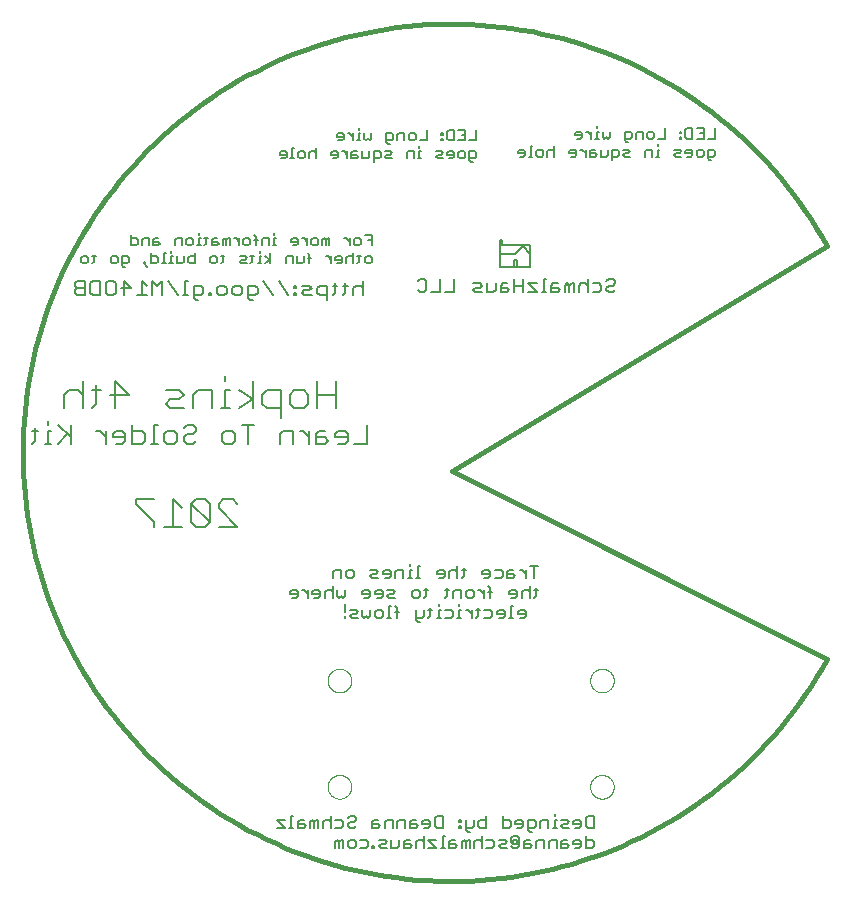
<source format=gbo>
G75*
%MOIN*%
%OFA0B0*%
%FSLAX25Y25*%
%IPPOS*%
%LPD*%
%AMOC8*
5,1,8,0,0,1.08239X$1,22.5*
%
%ADD10C,0.00800*%
%ADD11C,0.00600*%
%ADD12C,0.00500*%
%ADD13C,0.00700*%
%ADD14C,0.01600*%
%ADD15C,0.00000*%
D10*
X0046257Y0119922D02*
X0046257Y0121456D01*
X0040118Y0127595D01*
X0040118Y0129130D01*
X0046257Y0129130D01*
X0052396Y0129130D02*
X0052396Y0119922D01*
X0055465Y0119922D02*
X0049326Y0119922D01*
X0055465Y0126060D02*
X0052396Y0129130D01*
X0058534Y0127595D02*
X0064673Y0121456D01*
X0063138Y0119922D01*
X0060069Y0119922D01*
X0058534Y0121456D01*
X0058534Y0127595D01*
X0060069Y0129130D01*
X0063138Y0129130D01*
X0064673Y0127595D01*
X0064673Y0121456D01*
X0067742Y0119922D02*
X0073881Y0119922D01*
X0067742Y0126060D01*
X0067742Y0127595D01*
X0069277Y0129130D01*
X0072346Y0129130D01*
X0073881Y0127595D01*
X0088339Y0156301D02*
X0088339Y0165509D01*
X0083735Y0165509D01*
X0082200Y0163974D01*
X0082200Y0160905D01*
X0083735Y0159370D01*
X0088339Y0159370D01*
X0091408Y0160905D02*
X0091408Y0163974D01*
X0092943Y0165509D01*
X0096012Y0165509D01*
X0097547Y0163974D01*
X0097547Y0160905D01*
X0096012Y0159370D01*
X0092943Y0159370D01*
X0091408Y0160905D01*
X0100616Y0159370D02*
X0100616Y0168578D01*
X0100616Y0163974D02*
X0106755Y0163974D01*
X0106755Y0159370D02*
X0106755Y0168578D01*
X0079131Y0168578D02*
X0079131Y0159370D01*
X0079131Y0162440D02*
X0074527Y0165509D01*
X0071458Y0165509D02*
X0069923Y0165509D01*
X0069923Y0159370D01*
X0071458Y0159370D02*
X0068388Y0159370D01*
X0065319Y0159370D02*
X0065319Y0165509D01*
X0060715Y0165509D01*
X0059181Y0163974D01*
X0059181Y0159370D01*
X0056111Y0159370D02*
X0051507Y0159370D01*
X0049973Y0160905D01*
X0051507Y0162440D01*
X0054577Y0162440D01*
X0056111Y0163974D01*
X0054577Y0165509D01*
X0049973Y0165509D01*
X0037696Y0163974D02*
X0031557Y0163974D01*
X0028488Y0165509D02*
X0025418Y0165509D01*
X0026953Y0167044D02*
X0026953Y0160905D01*
X0025418Y0159370D01*
X0022349Y0159370D02*
X0022349Y0168578D01*
X0020815Y0165509D02*
X0017745Y0165509D01*
X0016211Y0163974D01*
X0016211Y0159370D01*
X0022349Y0163974D02*
X0020815Y0165509D01*
X0033092Y0168578D02*
X0033092Y0159370D01*
X0037696Y0163974D02*
X0033092Y0168578D01*
X0069923Y0168578D02*
X0069923Y0170113D01*
X0074527Y0159370D02*
X0079131Y0162440D01*
X0161505Y0206431D02*
X0166005Y0206431D01*
X0166005Y0208931D01*
X0167005Y0208931D01*
X0167005Y0206931D01*
X0166005Y0206431D02*
X0171505Y0206431D01*
X0171505Y0210931D01*
X0169005Y0213431D01*
X0166505Y0210931D01*
X0161505Y0210931D01*
X0161505Y0206431D01*
X0161505Y0210931D02*
X0161505Y0215431D01*
X0162005Y0215431D01*
X0162005Y0213931D01*
X0171505Y0213931D01*
X0171505Y0210931D01*
D11*
X0169174Y0202473D02*
X0169174Y0198070D01*
X0170842Y0198070D02*
X0173777Y0198070D01*
X0170842Y0201006D01*
X0173777Y0201006D01*
X0176113Y0202473D02*
X0176113Y0198070D01*
X0176847Y0198070D02*
X0175379Y0198070D01*
X0178515Y0198070D02*
X0178515Y0200272D01*
X0179249Y0201006D01*
X0180717Y0201006D01*
X0180717Y0199538D02*
X0178515Y0199538D01*
X0178515Y0198070D02*
X0180717Y0198070D01*
X0181451Y0198804D01*
X0180717Y0199538D01*
X0183119Y0200272D02*
X0183119Y0198070D01*
X0184587Y0198070D02*
X0184587Y0200272D01*
X0183853Y0201006D01*
X0183119Y0200272D01*
X0184587Y0200272D02*
X0185321Y0201006D01*
X0186055Y0201006D01*
X0186055Y0198070D01*
X0187723Y0198070D02*
X0187723Y0200272D01*
X0188457Y0201006D01*
X0189925Y0201006D01*
X0190659Y0200272D01*
X0192327Y0201006D02*
X0194528Y0201006D01*
X0195262Y0200272D01*
X0195262Y0198804D01*
X0194528Y0198070D01*
X0192327Y0198070D01*
X0190659Y0198070D02*
X0190659Y0202473D01*
X0196931Y0201739D02*
X0197664Y0202473D01*
X0199132Y0202473D01*
X0199866Y0201739D01*
X0199866Y0201006D01*
X0199132Y0200272D01*
X0197664Y0200272D01*
X0196931Y0199538D01*
X0196931Y0198804D01*
X0197664Y0198070D01*
X0199132Y0198070D01*
X0199866Y0198804D01*
X0176847Y0202473D02*
X0176113Y0202473D01*
X0169174Y0200272D02*
X0166238Y0200272D01*
X0166238Y0202473D02*
X0166238Y0198070D01*
X0164570Y0198804D02*
X0163836Y0199538D01*
X0161634Y0199538D01*
X0161634Y0200272D02*
X0161634Y0198070D01*
X0163836Y0198070D01*
X0164570Y0198804D01*
X0163836Y0201006D02*
X0162368Y0201006D01*
X0161634Y0200272D01*
X0159966Y0201006D02*
X0159966Y0198804D01*
X0159232Y0198070D01*
X0157030Y0198070D01*
X0157030Y0201006D01*
X0155362Y0200272D02*
X0154628Y0201006D01*
X0152426Y0201006D01*
X0153160Y0199538D02*
X0152426Y0198804D01*
X0153160Y0198070D01*
X0155362Y0198070D01*
X0154628Y0199538D02*
X0155362Y0200272D01*
X0154628Y0199538D02*
X0153160Y0199538D01*
X0146154Y0198070D02*
X0143218Y0198070D01*
X0141550Y0198070D02*
X0141550Y0202473D01*
X0141550Y0198070D02*
X0138614Y0198070D01*
X0136946Y0198804D02*
X0136212Y0198070D01*
X0134744Y0198070D01*
X0134010Y0198804D01*
X0134010Y0201739D02*
X0134744Y0202473D01*
X0136212Y0202473D01*
X0136946Y0201739D01*
X0136946Y0198804D01*
X0146154Y0198070D02*
X0146154Y0202473D01*
X0117170Y0153944D02*
X0117170Y0147538D01*
X0112899Y0147538D01*
X0110724Y0148606D02*
X0110724Y0150741D01*
X0109656Y0151808D01*
X0107521Y0151808D01*
X0106454Y0150741D01*
X0106454Y0149673D01*
X0110724Y0149673D01*
X0110724Y0148606D02*
X0109656Y0147538D01*
X0107521Y0147538D01*
X0104279Y0148606D02*
X0103211Y0149673D01*
X0100008Y0149673D01*
X0100008Y0150741D02*
X0100008Y0147538D01*
X0103211Y0147538D01*
X0104279Y0148606D01*
X0103211Y0151808D02*
X0101076Y0151808D01*
X0100008Y0150741D01*
X0097833Y0151808D02*
X0097833Y0147538D01*
X0097833Y0149673D02*
X0095698Y0151808D01*
X0094630Y0151808D01*
X0092462Y0151808D02*
X0089259Y0151808D01*
X0088191Y0150741D01*
X0088191Y0147538D01*
X0092462Y0147538D02*
X0092462Y0151808D01*
X0079571Y0153944D02*
X0075300Y0153944D01*
X0077436Y0153944D02*
X0077436Y0147538D01*
X0073125Y0148606D02*
X0073125Y0150741D01*
X0072058Y0151808D01*
X0069923Y0151808D01*
X0068855Y0150741D01*
X0068855Y0148606D01*
X0069923Y0147538D01*
X0072058Y0147538D01*
X0073125Y0148606D01*
X0060234Y0148606D02*
X0059167Y0147538D01*
X0057032Y0147538D01*
X0055964Y0148606D01*
X0055964Y0149673D01*
X0057032Y0150741D01*
X0059167Y0150741D01*
X0060234Y0151808D01*
X0060234Y0152876D01*
X0059167Y0153944D01*
X0057032Y0153944D01*
X0055964Y0152876D01*
X0053789Y0150741D02*
X0053789Y0148606D01*
X0052721Y0147538D01*
X0050586Y0147538D01*
X0049518Y0148606D01*
X0049518Y0150741D01*
X0050586Y0151808D01*
X0052721Y0151808D01*
X0053789Y0150741D01*
X0047343Y0153944D02*
X0046276Y0153944D01*
X0046276Y0147538D01*
X0047343Y0147538D02*
X0045208Y0147538D01*
X0043046Y0148606D02*
X0043046Y0150741D01*
X0041979Y0151808D01*
X0038776Y0151808D01*
X0038776Y0153944D02*
X0038776Y0147538D01*
X0041979Y0147538D01*
X0043046Y0148606D01*
X0036601Y0148606D02*
X0035533Y0147538D01*
X0033398Y0147538D01*
X0032330Y0149673D02*
X0036601Y0149673D01*
X0036601Y0148606D02*
X0036601Y0150741D01*
X0035533Y0151808D01*
X0033398Y0151808D01*
X0032330Y0150741D01*
X0032330Y0149673D01*
X0030155Y0149673D02*
X0028020Y0151808D01*
X0026953Y0151808D01*
X0030155Y0151808D02*
X0030155Y0147538D01*
X0018339Y0147538D02*
X0018339Y0153944D01*
X0017271Y0150741D02*
X0014068Y0147538D01*
X0011893Y0147538D02*
X0009758Y0147538D01*
X0010825Y0147538D02*
X0010825Y0151808D01*
X0011893Y0151808D01*
X0010825Y0153944D02*
X0010825Y0155011D01*
X0007596Y0151808D02*
X0005461Y0151808D01*
X0006528Y0152876D02*
X0006528Y0148606D01*
X0005461Y0147538D01*
X0014068Y0153944D02*
X0018339Y0149673D01*
D12*
X0087164Y0019435D02*
X0089833Y0019435D01*
X0087164Y0022104D01*
X0089833Y0022104D01*
X0091929Y0023438D02*
X0091929Y0019435D01*
X0092596Y0019435D02*
X0091261Y0019435D01*
X0094070Y0019435D02*
X0094070Y0021437D01*
X0094738Y0022104D01*
X0096072Y0022104D01*
X0096072Y0020770D02*
X0094070Y0020770D01*
X0094070Y0019435D02*
X0096072Y0019435D01*
X0096739Y0020102D01*
X0096072Y0020770D01*
X0098214Y0021437D02*
X0098214Y0019435D01*
X0099548Y0019435D02*
X0099548Y0021437D01*
X0098881Y0022104D01*
X0098214Y0021437D01*
X0099548Y0021437D02*
X0100216Y0022104D01*
X0100883Y0022104D01*
X0100883Y0019435D01*
X0102357Y0019435D02*
X0102357Y0021437D01*
X0103025Y0022104D01*
X0104359Y0022104D01*
X0105026Y0021437D01*
X0106501Y0022104D02*
X0108503Y0022104D01*
X0109170Y0021437D01*
X0109170Y0020102D01*
X0108503Y0019435D01*
X0106501Y0019435D01*
X0105026Y0019435D02*
X0105026Y0023438D01*
X0110645Y0022771D02*
X0111312Y0023438D01*
X0112646Y0023438D01*
X0113313Y0022771D01*
X0113313Y0022104D01*
X0112646Y0021437D01*
X0111312Y0021437D01*
X0110645Y0020770D01*
X0110645Y0020102D01*
X0111312Y0019435D01*
X0112646Y0019435D01*
X0113313Y0020102D01*
X0112646Y0015354D02*
X0111312Y0015354D01*
X0110645Y0014687D01*
X0110645Y0013352D01*
X0111312Y0012685D01*
X0112646Y0012685D01*
X0113313Y0013352D01*
X0113313Y0014687D01*
X0112646Y0015354D01*
X0114788Y0015354D02*
X0116790Y0015354D01*
X0117457Y0014687D01*
X0117457Y0013352D01*
X0116790Y0012685D01*
X0114788Y0012685D01*
X0118862Y0012685D02*
X0119529Y0012685D01*
X0119529Y0013352D01*
X0118862Y0013352D01*
X0118862Y0012685D01*
X0121003Y0013352D02*
X0121671Y0014020D01*
X0123005Y0014020D01*
X0123672Y0014687D01*
X0123005Y0015354D01*
X0121003Y0015354D01*
X0121003Y0013352D02*
X0121671Y0012685D01*
X0123672Y0012685D01*
X0125147Y0012685D02*
X0125147Y0015354D01*
X0127816Y0015354D02*
X0127816Y0013352D01*
X0127149Y0012685D01*
X0125147Y0012685D01*
X0129290Y0012685D02*
X0131292Y0012685D01*
X0131959Y0013352D01*
X0131292Y0014020D01*
X0129290Y0014020D01*
X0129290Y0014687D02*
X0129290Y0012685D01*
X0129290Y0014687D02*
X0129958Y0015354D01*
X0131292Y0015354D01*
X0133434Y0014687D02*
X0133434Y0012685D01*
X0133434Y0014687D02*
X0134101Y0015354D01*
X0135436Y0015354D01*
X0136103Y0014687D01*
X0137578Y0015354D02*
X0140246Y0012685D01*
X0137578Y0012685D01*
X0136103Y0012685D02*
X0136103Y0016688D01*
X0137578Y0015354D02*
X0140246Y0015354D01*
X0142342Y0016688D02*
X0142342Y0012685D01*
X0143009Y0012685D02*
X0141674Y0012685D01*
X0144483Y0012685D02*
X0144483Y0014687D01*
X0145151Y0015354D01*
X0146485Y0015354D01*
X0146485Y0014020D02*
X0144483Y0014020D01*
X0144483Y0012685D02*
X0146485Y0012685D01*
X0147152Y0013352D01*
X0146485Y0014020D01*
X0148627Y0014687D02*
X0148627Y0012685D01*
X0149961Y0012685D02*
X0149961Y0014687D01*
X0149294Y0015354D01*
X0148627Y0014687D01*
X0149961Y0014687D02*
X0150629Y0015354D01*
X0151296Y0015354D01*
X0151296Y0012685D01*
X0152770Y0012685D02*
X0152770Y0014687D01*
X0153438Y0015354D01*
X0154772Y0015354D01*
X0155439Y0014687D01*
X0156914Y0015354D02*
X0158916Y0015354D01*
X0159583Y0014687D01*
X0159583Y0013352D01*
X0158916Y0012685D01*
X0156914Y0012685D01*
X0155439Y0012685D02*
X0155439Y0016688D01*
X0154819Y0019435D02*
X0154152Y0020102D01*
X0154152Y0021437D01*
X0154819Y0022104D01*
X0156821Y0022104D01*
X0156821Y0023438D02*
X0156821Y0019435D01*
X0154819Y0019435D01*
X0152677Y0020102D02*
X0152010Y0019435D01*
X0150008Y0019435D01*
X0150008Y0018768D02*
X0150675Y0018101D01*
X0151343Y0018101D01*
X0150008Y0018768D02*
X0150008Y0022104D01*
X0148534Y0022104D02*
X0148534Y0021437D01*
X0147866Y0021437D01*
X0147866Y0022104D01*
X0148534Y0022104D01*
X0148534Y0020102D02*
X0148534Y0019435D01*
X0147866Y0019435D01*
X0147866Y0020102D01*
X0148534Y0020102D01*
X0152677Y0020102D02*
X0152677Y0022104D01*
X0162439Y0022104D02*
X0164440Y0022104D01*
X0165108Y0021437D01*
X0165108Y0020102D01*
X0164440Y0019435D01*
X0162439Y0019435D01*
X0162439Y0023438D01*
X0166582Y0021437D02*
X0166582Y0020770D01*
X0169251Y0020770D01*
X0169251Y0021437D02*
X0168584Y0022104D01*
X0167250Y0022104D01*
X0166582Y0021437D01*
X0167250Y0019435D02*
X0168584Y0019435D01*
X0169251Y0020102D01*
X0169251Y0021437D01*
X0170726Y0022104D02*
X0172728Y0022104D01*
X0173395Y0021437D01*
X0173395Y0020102D01*
X0172728Y0019435D01*
X0170726Y0019435D01*
X0170726Y0018768D02*
X0170726Y0022104D01*
X0170726Y0018768D02*
X0171393Y0018101D01*
X0172060Y0018101D01*
X0171346Y0015354D02*
X0170012Y0015354D01*
X0169345Y0014687D01*
X0169345Y0012685D01*
X0171346Y0012685D01*
X0172014Y0013352D01*
X0171346Y0014020D01*
X0169345Y0014020D01*
X0167870Y0013352D02*
X0167870Y0016021D01*
X0167203Y0016688D01*
X0165868Y0016688D01*
X0165201Y0016021D01*
X0165201Y0014687D01*
X0165868Y0014020D01*
X0165868Y0015354D01*
X0167203Y0015354D01*
X0167203Y0014020D01*
X0165868Y0014020D01*
X0165201Y0013352D02*
X0165868Y0012685D01*
X0167203Y0012685D01*
X0167870Y0013352D01*
X0163727Y0012685D02*
X0161725Y0012685D01*
X0161058Y0013352D01*
X0161725Y0014020D01*
X0163059Y0014020D01*
X0163727Y0014687D01*
X0163059Y0015354D01*
X0161058Y0015354D01*
X0173488Y0014687D02*
X0173488Y0012685D01*
X0173488Y0014687D02*
X0174155Y0015354D01*
X0176157Y0015354D01*
X0176157Y0012685D01*
X0177632Y0012685D02*
X0177632Y0014687D01*
X0178299Y0015354D01*
X0180301Y0015354D01*
X0180301Y0012685D01*
X0181775Y0012685D02*
X0183777Y0012685D01*
X0184444Y0013352D01*
X0183777Y0014020D01*
X0181775Y0014020D01*
X0181775Y0014687D02*
X0181775Y0012685D01*
X0181775Y0014687D02*
X0182443Y0015354D01*
X0183777Y0015354D01*
X0185919Y0014687D02*
X0185919Y0014020D01*
X0188588Y0014020D01*
X0188588Y0014687D02*
X0188588Y0013352D01*
X0187921Y0012685D01*
X0186586Y0012685D01*
X0185919Y0014687D02*
X0186586Y0015354D01*
X0187921Y0015354D01*
X0188588Y0014687D01*
X0190062Y0015354D02*
X0192064Y0015354D01*
X0192731Y0014687D01*
X0192731Y0013352D01*
X0192064Y0012685D01*
X0190062Y0012685D01*
X0190062Y0016688D01*
X0190730Y0019435D02*
X0190062Y0020102D01*
X0190062Y0022771D01*
X0190730Y0023438D01*
X0192731Y0023438D01*
X0192731Y0019435D01*
X0190730Y0019435D01*
X0188588Y0020102D02*
X0188588Y0021437D01*
X0187921Y0022104D01*
X0186586Y0022104D01*
X0185919Y0021437D01*
X0185919Y0020770D01*
X0188588Y0020770D01*
X0188588Y0020102D02*
X0187921Y0019435D01*
X0186586Y0019435D01*
X0184444Y0019435D02*
X0182443Y0019435D01*
X0181775Y0020102D01*
X0182443Y0020770D01*
X0183777Y0020770D01*
X0184444Y0021437D01*
X0183777Y0022104D01*
X0181775Y0022104D01*
X0180301Y0022104D02*
X0179633Y0022104D01*
X0179633Y0019435D01*
X0178966Y0019435D02*
X0180301Y0019435D01*
X0177538Y0019435D02*
X0177538Y0022104D01*
X0175537Y0022104D01*
X0174869Y0021437D01*
X0174869Y0019435D01*
X0179633Y0023438D02*
X0179633Y0024106D01*
X0142318Y0023438D02*
X0142318Y0019435D01*
X0140317Y0019435D01*
X0139649Y0020102D01*
X0139649Y0022771D01*
X0140317Y0023438D01*
X0142318Y0023438D01*
X0138175Y0021437D02*
X0138175Y0020102D01*
X0137507Y0019435D01*
X0136173Y0019435D01*
X0135506Y0020770D02*
X0138175Y0020770D01*
X0138175Y0021437D02*
X0137507Y0022104D01*
X0136173Y0022104D01*
X0135506Y0021437D01*
X0135506Y0020770D01*
X0134031Y0020102D02*
X0133364Y0019435D01*
X0131362Y0019435D01*
X0131362Y0021437D01*
X0132029Y0022104D01*
X0133364Y0022104D01*
X0133364Y0020770D02*
X0131362Y0020770D01*
X0129888Y0019435D02*
X0129888Y0022104D01*
X0127886Y0022104D01*
X0127219Y0021437D01*
X0127219Y0019435D01*
X0125744Y0019435D02*
X0125744Y0022104D01*
X0123742Y0022104D01*
X0123075Y0021437D01*
X0123075Y0019435D01*
X0121601Y0020102D02*
X0120933Y0020770D01*
X0118932Y0020770D01*
X0118932Y0021437D02*
X0118932Y0019435D01*
X0120933Y0019435D01*
X0121601Y0020102D01*
X0120933Y0022104D02*
X0119599Y0022104D01*
X0118932Y0021437D01*
X0109170Y0015354D02*
X0109170Y0012685D01*
X0107835Y0012685D02*
X0107835Y0014687D01*
X0107168Y0015354D01*
X0106501Y0014687D01*
X0106501Y0012685D01*
X0107835Y0014687D02*
X0108503Y0015354D01*
X0109170Y0015354D01*
X0092596Y0023438D02*
X0091929Y0023438D01*
X0133364Y0020770D02*
X0134031Y0020102D01*
X0142342Y0016688D02*
X0143009Y0016688D01*
X0134812Y0088122D02*
X0134145Y0088122D01*
X0133478Y0088789D01*
X0133478Y0092126D01*
X0136147Y0092126D02*
X0136147Y0090124D01*
X0135479Y0089457D01*
X0133478Y0089457D01*
X0137574Y0089457D02*
X0138242Y0090124D01*
X0138242Y0092793D01*
X0138909Y0092126D02*
X0137574Y0092126D01*
X0141004Y0092126D02*
X0141004Y0089457D01*
X0141671Y0089457D02*
X0140337Y0089457D01*
X0141004Y0092126D02*
X0141671Y0092126D01*
X0143146Y0092126D02*
X0145148Y0092126D01*
X0145815Y0091458D01*
X0145815Y0090124D01*
X0145148Y0089457D01*
X0143146Y0089457D01*
X0147243Y0089457D02*
X0148577Y0089457D01*
X0147910Y0089457D02*
X0147910Y0092126D01*
X0148577Y0092126D01*
X0150028Y0092126D02*
X0150696Y0092126D01*
X0152030Y0090791D01*
X0152030Y0089457D02*
X0152030Y0092126D01*
X0153458Y0092126D02*
X0154792Y0092126D01*
X0154125Y0092793D02*
X0154125Y0090124D01*
X0153458Y0089457D01*
X0156267Y0089457D02*
X0158269Y0089457D01*
X0158936Y0090124D01*
X0158936Y0091458D01*
X0158269Y0092126D01*
X0156267Y0092126D01*
X0160411Y0091458D02*
X0160411Y0090791D01*
X0163080Y0090791D01*
X0163080Y0090124D02*
X0163080Y0091458D01*
X0162412Y0092126D01*
X0161078Y0092126D01*
X0160411Y0091458D01*
X0161078Y0089457D02*
X0162412Y0089457D01*
X0163080Y0090124D01*
X0164507Y0089457D02*
X0165842Y0089457D01*
X0165175Y0089457D02*
X0165175Y0093460D01*
X0165842Y0093460D01*
X0167316Y0091458D02*
X0167316Y0090791D01*
X0169985Y0090791D01*
X0169985Y0090124D02*
X0169985Y0091458D01*
X0169318Y0092126D01*
X0167984Y0092126D01*
X0167316Y0091458D01*
X0167984Y0089457D02*
X0169318Y0089457D01*
X0169985Y0090124D01*
X0168698Y0096207D02*
X0168698Y0098208D01*
X0169365Y0098876D01*
X0170699Y0098876D01*
X0171367Y0098208D01*
X0172794Y0098876D02*
X0174129Y0098876D01*
X0173462Y0099543D02*
X0173462Y0096874D01*
X0172794Y0096207D01*
X0171367Y0096207D02*
X0171367Y0100210D01*
X0169985Y0102957D02*
X0169985Y0105626D01*
X0168651Y0105626D02*
X0169985Y0104291D01*
X0168651Y0105626D02*
X0167984Y0105626D01*
X0165865Y0105626D02*
X0164531Y0105626D01*
X0163864Y0104958D01*
X0163864Y0102957D01*
X0165865Y0102957D01*
X0166532Y0103624D01*
X0165865Y0104291D01*
X0163864Y0104291D01*
X0162389Y0103624D02*
X0161722Y0102957D01*
X0159720Y0102957D01*
X0158245Y0103624D02*
X0158245Y0104958D01*
X0157578Y0105626D01*
X0156244Y0105626D01*
X0155576Y0104958D01*
X0155576Y0104291D01*
X0158245Y0104291D01*
X0158245Y0103624D02*
X0157578Y0102957D01*
X0156244Y0102957D01*
X0157602Y0100210D02*
X0158269Y0099543D01*
X0158269Y0096207D01*
X0156174Y0096207D02*
X0156174Y0098876D01*
X0156174Y0097541D02*
X0154839Y0098876D01*
X0154172Y0098876D01*
X0152721Y0098208D02*
X0152721Y0096874D01*
X0152053Y0096207D01*
X0150719Y0096207D01*
X0150052Y0096874D01*
X0150052Y0098208D01*
X0150719Y0098876D01*
X0152053Y0098876D01*
X0152721Y0098208D01*
X0157602Y0098208D02*
X0158936Y0098208D01*
X0164554Y0098208D02*
X0164554Y0097541D01*
X0167223Y0097541D01*
X0167223Y0096874D02*
X0167223Y0098208D01*
X0166556Y0098876D01*
X0165221Y0098876D01*
X0164554Y0098208D01*
X0165221Y0096207D02*
X0166556Y0096207D01*
X0167223Y0096874D01*
X0172794Y0102957D02*
X0172794Y0106960D01*
X0171460Y0106960D02*
X0174129Y0106960D01*
X0162389Y0104958D02*
X0162389Y0103624D01*
X0162389Y0104958D02*
X0161722Y0105626D01*
X0159720Y0105626D01*
X0149958Y0105626D02*
X0148624Y0105626D01*
X0149291Y0106293D02*
X0149291Y0103624D01*
X0148624Y0102957D01*
X0147196Y0102957D02*
X0147196Y0106960D01*
X0146529Y0105626D02*
X0147196Y0104958D01*
X0146529Y0105626D02*
X0145194Y0105626D01*
X0144527Y0104958D01*
X0144527Y0102957D01*
X0143052Y0103624D02*
X0143052Y0104958D01*
X0142385Y0105626D01*
X0141051Y0105626D01*
X0140383Y0104958D01*
X0140383Y0104291D01*
X0143052Y0104291D01*
X0143052Y0103624D02*
X0142385Y0102957D01*
X0141051Y0102957D01*
X0143766Y0099543D02*
X0143766Y0096874D01*
X0143099Y0096207D01*
X0143099Y0098876D02*
X0144434Y0098876D01*
X0145908Y0098208D02*
X0146575Y0098876D01*
X0148577Y0098876D01*
X0148577Y0096207D01*
X0147910Y0094127D02*
X0147910Y0093460D01*
X0145908Y0096207D02*
X0145908Y0098208D01*
X0141004Y0094127D02*
X0141004Y0093460D01*
X0136860Y0096874D02*
X0136193Y0096207D01*
X0136860Y0096874D02*
X0136860Y0099543D01*
X0137528Y0098876D02*
X0136193Y0098876D01*
X0134765Y0098208D02*
X0134765Y0096874D01*
X0134098Y0096207D01*
X0132764Y0096207D01*
X0132096Y0096874D01*
X0132096Y0098208D01*
X0132764Y0098876D01*
X0134098Y0098876D01*
X0134765Y0098208D01*
X0134765Y0102957D02*
X0133431Y0102957D01*
X0134098Y0102957D02*
X0134098Y0106960D01*
X0134765Y0106960D01*
X0132003Y0105626D02*
X0131336Y0105626D01*
X0131336Y0102957D01*
X0132003Y0102957D02*
X0130669Y0102957D01*
X0129241Y0102957D02*
X0129241Y0105626D01*
X0127239Y0105626D01*
X0126572Y0104958D01*
X0126572Y0102957D01*
X0125097Y0103624D02*
X0125097Y0104958D01*
X0124430Y0105626D01*
X0123095Y0105626D01*
X0122428Y0104958D01*
X0122428Y0104291D01*
X0125097Y0104291D01*
X0125097Y0103624D02*
X0124430Y0102957D01*
X0123095Y0102957D01*
X0120954Y0102957D02*
X0118952Y0102957D01*
X0118285Y0103624D01*
X0118952Y0104291D01*
X0120286Y0104291D01*
X0120954Y0104958D01*
X0120286Y0105626D01*
X0118285Y0105626D01*
X0112666Y0104958D02*
X0112666Y0103624D01*
X0111999Y0102957D01*
X0110665Y0102957D01*
X0109998Y0103624D01*
X0109998Y0104958D01*
X0110665Y0105626D01*
X0111999Y0105626D01*
X0112666Y0104958D01*
X0108523Y0105626D02*
X0108523Y0102957D01*
X0108523Y0105626D02*
X0106521Y0105626D01*
X0105854Y0104958D01*
X0105854Y0102957D01*
X0105761Y0100210D02*
X0105761Y0096207D01*
X0107235Y0096874D02*
X0107235Y0098876D01*
X0105761Y0098208D02*
X0105093Y0098876D01*
X0103759Y0098876D01*
X0103092Y0098208D01*
X0103092Y0096207D01*
X0101617Y0096874D02*
X0101617Y0098208D01*
X0100950Y0098876D01*
X0099615Y0098876D01*
X0098948Y0098208D01*
X0098948Y0097541D01*
X0101617Y0097541D01*
X0101617Y0096874D02*
X0100950Y0096207D01*
X0099615Y0096207D01*
X0097473Y0096207D02*
X0097473Y0098876D01*
X0096139Y0098876D02*
X0095472Y0098876D01*
X0096139Y0098876D02*
X0097473Y0097541D01*
X0094021Y0097541D02*
X0091352Y0097541D01*
X0091352Y0098208D01*
X0092019Y0098876D01*
X0093353Y0098876D01*
X0094021Y0098208D01*
X0094021Y0096874D01*
X0093353Y0096207D01*
X0092019Y0096207D01*
X0107235Y0096874D02*
X0107902Y0096207D01*
X0108570Y0096874D01*
X0109237Y0096207D01*
X0109904Y0096874D01*
X0109904Y0098876D01*
X0109904Y0094127D02*
X0109904Y0091458D01*
X0109904Y0090124D02*
X0109904Y0089457D01*
X0111379Y0090124D02*
X0112046Y0090791D01*
X0113380Y0090791D01*
X0114048Y0091458D01*
X0113380Y0092126D01*
X0111379Y0092126D01*
X0111379Y0090124D02*
X0112046Y0089457D01*
X0114048Y0089457D01*
X0115522Y0090124D02*
X0115522Y0092126D01*
X0115522Y0090124D02*
X0116190Y0089457D01*
X0116857Y0090124D01*
X0117524Y0089457D01*
X0118191Y0090124D01*
X0118191Y0092126D01*
X0119666Y0091458D02*
X0120333Y0092126D01*
X0121668Y0092126D01*
X0122335Y0091458D01*
X0122335Y0090124D01*
X0121668Y0089457D01*
X0120333Y0089457D01*
X0119666Y0090124D01*
X0119666Y0091458D01*
X0123763Y0089457D02*
X0125097Y0089457D01*
X0124430Y0089457D02*
X0124430Y0093460D01*
X0125097Y0093460D01*
X0126525Y0093460D02*
X0127192Y0092793D01*
X0127192Y0089457D01*
X0127859Y0091458D02*
X0126525Y0091458D01*
X0126478Y0096207D02*
X0124477Y0096207D01*
X0123809Y0096874D01*
X0124477Y0097541D01*
X0125811Y0097541D01*
X0126478Y0098208D01*
X0125811Y0098876D01*
X0123809Y0098876D01*
X0122335Y0098208D02*
X0121667Y0098876D01*
X0120333Y0098876D01*
X0119666Y0098208D01*
X0119666Y0097541D01*
X0122335Y0097541D01*
X0122335Y0096874D02*
X0122335Y0098208D01*
X0122335Y0096874D02*
X0121667Y0096207D01*
X0120333Y0096207D01*
X0118191Y0096874D02*
X0118191Y0098208D01*
X0117524Y0098876D01*
X0116189Y0098876D01*
X0115522Y0098208D01*
X0115522Y0097541D01*
X0118191Y0097541D01*
X0118191Y0096874D02*
X0117524Y0096207D01*
X0116189Y0096207D01*
X0131336Y0106960D02*
X0131336Y0107627D01*
X0118132Y0207665D02*
X0116964Y0207665D01*
X0116380Y0208249D01*
X0116380Y0209417D01*
X0116964Y0210001D01*
X0118132Y0210001D01*
X0118716Y0209417D01*
X0118716Y0208249D01*
X0118132Y0207665D01*
X0114449Y0208249D02*
X0114449Y0210584D01*
X0115032Y0210001D02*
X0113865Y0210001D01*
X0112577Y0209417D02*
X0111993Y0210001D01*
X0110826Y0210001D01*
X0110242Y0209417D01*
X0110242Y0207665D01*
X0108894Y0208249D02*
X0108894Y0209417D01*
X0108310Y0210001D01*
X0107142Y0210001D01*
X0106559Y0209417D01*
X0106559Y0208833D01*
X0108894Y0208833D01*
X0108894Y0208249D02*
X0108310Y0207665D01*
X0107142Y0207665D01*
X0105211Y0207665D02*
X0105211Y0210001D01*
X0104043Y0210001D02*
X0103459Y0210001D01*
X0104043Y0210001D02*
X0105211Y0208833D01*
X0104597Y0213665D02*
X0104597Y0216001D01*
X0104013Y0216001D01*
X0103429Y0215417D01*
X0102845Y0216001D01*
X0102262Y0215417D01*
X0102262Y0213665D01*
X0103429Y0213665D02*
X0103429Y0215417D01*
X0100914Y0215417D02*
X0100914Y0214249D01*
X0100330Y0213665D01*
X0099162Y0213665D01*
X0098578Y0214249D01*
X0098578Y0215417D01*
X0099162Y0216001D01*
X0100330Y0216001D01*
X0100914Y0215417D01*
X0097231Y0216001D02*
X0097231Y0213665D01*
X0097231Y0214833D02*
X0096063Y0216001D01*
X0095479Y0216001D01*
X0094161Y0215417D02*
X0093577Y0216001D01*
X0092410Y0216001D01*
X0091826Y0215417D01*
X0091826Y0214833D01*
X0094161Y0214833D01*
X0094161Y0214249D02*
X0094161Y0215417D01*
X0094161Y0214249D02*
X0093577Y0213665D01*
X0092410Y0213665D01*
X0092320Y0210001D02*
X0090568Y0210001D01*
X0089984Y0209417D01*
X0089984Y0207665D01*
X0092320Y0207665D02*
X0092320Y0210001D01*
X0093668Y0210001D02*
X0093668Y0207665D01*
X0095419Y0207665D01*
X0096003Y0208249D01*
X0096003Y0210001D01*
X0097291Y0209417D02*
X0098458Y0209417D01*
X0097874Y0210584D02*
X0097874Y0207665D01*
X0097874Y0210584D02*
X0097291Y0211168D01*
X0086795Y0213665D02*
X0085627Y0213665D01*
X0086211Y0213665D02*
X0086211Y0216001D01*
X0086795Y0216001D01*
X0086211Y0217168D02*
X0086211Y0217752D01*
X0084340Y0216001D02*
X0082588Y0216001D01*
X0082004Y0215417D01*
X0082004Y0213665D01*
X0080073Y0213665D02*
X0080073Y0216584D01*
X0079489Y0217168D01*
X0079489Y0215417D02*
X0080656Y0215417D01*
X0078201Y0215417D02*
X0078201Y0214249D01*
X0077617Y0213665D01*
X0076450Y0213665D01*
X0075866Y0214249D01*
X0075866Y0215417D01*
X0076450Y0216001D01*
X0077617Y0216001D01*
X0078201Y0215417D01*
X0074518Y0216001D02*
X0074518Y0213665D01*
X0074518Y0214833D02*
X0073350Y0216001D01*
X0072766Y0216001D01*
X0071449Y0216001D02*
X0070865Y0216001D01*
X0070281Y0215417D01*
X0069697Y0216001D01*
X0069113Y0215417D01*
X0069113Y0213665D01*
X0070281Y0213665D02*
X0070281Y0215417D01*
X0071449Y0216001D02*
X0071449Y0213665D01*
X0069023Y0210584D02*
X0069023Y0208249D01*
X0068439Y0207665D01*
X0067152Y0208249D02*
X0067152Y0209417D01*
X0066568Y0210001D01*
X0065400Y0210001D01*
X0064816Y0209417D01*
X0064816Y0208249D01*
X0065400Y0207665D01*
X0066568Y0207665D01*
X0067152Y0208249D01*
X0068439Y0210001D02*
X0069607Y0210001D01*
X0067182Y0213665D02*
X0067765Y0214249D01*
X0067182Y0214833D01*
X0065430Y0214833D01*
X0065430Y0215417D02*
X0065430Y0213665D01*
X0067182Y0213665D01*
X0067182Y0216001D02*
X0066014Y0216001D01*
X0065430Y0215417D01*
X0064082Y0216001D02*
X0062915Y0216001D01*
X0063498Y0216584D02*
X0063498Y0214249D01*
X0062915Y0213665D01*
X0061627Y0213665D02*
X0060459Y0213665D01*
X0061043Y0213665D02*
X0061043Y0216001D01*
X0061627Y0216001D01*
X0061043Y0217168D02*
X0061043Y0217752D01*
X0059171Y0215417D02*
X0059171Y0214249D01*
X0058588Y0213665D01*
X0057420Y0213665D01*
X0056836Y0214249D01*
X0056836Y0215417D01*
X0057420Y0216001D01*
X0058588Y0216001D01*
X0059171Y0215417D01*
X0055488Y0216001D02*
X0055488Y0213665D01*
X0053153Y0213665D02*
X0053153Y0215417D01*
X0053737Y0216001D01*
X0055488Y0216001D01*
X0051835Y0211752D02*
X0051835Y0211168D01*
X0051835Y0210001D02*
X0051835Y0207665D01*
X0052419Y0207665D02*
X0051251Y0207665D01*
X0049964Y0207665D02*
X0048796Y0207665D01*
X0049380Y0207665D02*
X0049380Y0211168D01*
X0049964Y0211168D01*
X0051835Y0210001D02*
X0052419Y0210001D01*
X0053767Y0210001D02*
X0053767Y0207665D01*
X0055518Y0207665D01*
X0056102Y0208249D01*
X0056102Y0210001D01*
X0057450Y0209417D02*
X0057450Y0208249D01*
X0058034Y0207665D01*
X0059785Y0207665D01*
X0059785Y0211168D01*
X0059785Y0210001D02*
X0058034Y0210001D01*
X0057450Y0209417D01*
X0047508Y0209417D02*
X0047508Y0208249D01*
X0046924Y0207665D01*
X0045173Y0207665D01*
X0045173Y0211168D01*
X0045173Y0210001D02*
X0046924Y0210001D01*
X0047508Y0209417D01*
X0047538Y0213665D02*
X0045787Y0213665D01*
X0045787Y0215417D01*
X0046371Y0216001D01*
X0047538Y0216001D01*
X0047538Y0214833D02*
X0045787Y0214833D01*
X0047538Y0214833D02*
X0048122Y0214249D01*
X0047538Y0213665D01*
X0044439Y0213665D02*
X0044439Y0216001D01*
X0042687Y0216001D01*
X0042104Y0215417D01*
X0042104Y0213665D01*
X0040756Y0214249D02*
X0040756Y0215417D01*
X0040172Y0216001D01*
X0038420Y0216001D01*
X0038420Y0217168D02*
X0038420Y0213665D01*
X0040172Y0213665D01*
X0040756Y0214249D01*
X0037103Y0210001D02*
X0035351Y0210001D01*
X0035351Y0207082D01*
X0035935Y0206498D01*
X0036519Y0206498D01*
X0037103Y0207665D02*
X0035351Y0207665D01*
X0034003Y0208249D02*
X0033419Y0207665D01*
X0032252Y0207665D01*
X0031668Y0208249D01*
X0031668Y0209417D01*
X0032252Y0210001D01*
X0033419Y0210001D01*
X0034003Y0209417D01*
X0034003Y0208249D01*
X0037103Y0207665D02*
X0037686Y0208249D01*
X0037686Y0209417D01*
X0037103Y0210001D01*
X0042657Y0208249D02*
X0043241Y0208249D01*
X0043241Y0207665D01*
X0042657Y0207665D01*
X0042657Y0208249D01*
X0042657Y0207665D02*
X0043825Y0206498D01*
X0026637Y0210001D02*
X0025469Y0210001D01*
X0026053Y0210584D02*
X0026053Y0208249D01*
X0025469Y0207665D01*
X0024182Y0208249D02*
X0024182Y0209417D01*
X0023598Y0210001D01*
X0022430Y0210001D01*
X0021846Y0209417D01*
X0021846Y0208249D01*
X0022430Y0207665D01*
X0023598Y0207665D01*
X0024182Y0208249D01*
X0074638Y0208249D02*
X0075222Y0208833D01*
X0076389Y0208833D01*
X0076973Y0209417D01*
X0076389Y0210001D01*
X0074638Y0210001D01*
X0074638Y0208249D02*
X0075222Y0207665D01*
X0076973Y0207665D01*
X0078261Y0207665D02*
X0078845Y0208249D01*
X0078845Y0210584D01*
X0079429Y0210001D02*
X0078261Y0210001D01*
X0081300Y0210001D02*
X0081300Y0207665D01*
X0081884Y0207665D02*
X0080716Y0207665D01*
X0081300Y0210001D02*
X0081884Y0210001D01*
X0081300Y0211168D02*
X0081300Y0211752D01*
X0083202Y0210001D02*
X0084953Y0208833D01*
X0083202Y0207665D01*
X0084953Y0207665D02*
X0084953Y0211168D01*
X0084340Y0213665D02*
X0084340Y0216001D01*
X0088579Y0242705D02*
X0089747Y0242705D01*
X0090331Y0243289D01*
X0090331Y0244456D01*
X0089747Y0245040D01*
X0088579Y0245040D01*
X0087995Y0244456D01*
X0087995Y0243872D01*
X0090331Y0243872D01*
X0091619Y0242705D02*
X0092786Y0242705D01*
X0092202Y0242705D02*
X0092202Y0246208D01*
X0092786Y0246208D01*
X0094134Y0244456D02*
X0094718Y0245040D01*
X0095886Y0245040D01*
X0096469Y0244456D01*
X0096469Y0243289D01*
X0095886Y0242705D01*
X0094718Y0242705D01*
X0094134Y0243289D01*
X0094134Y0244456D01*
X0097817Y0244456D02*
X0097817Y0242705D01*
X0097817Y0244456D02*
X0098401Y0245040D01*
X0099569Y0245040D01*
X0100152Y0244456D01*
X0100152Y0242705D02*
X0100152Y0246208D01*
X0105183Y0244456D02*
X0105183Y0243872D01*
X0107519Y0243872D01*
X0107519Y0243289D02*
X0107519Y0244456D01*
X0106935Y0245040D01*
X0105767Y0245040D01*
X0105183Y0244456D01*
X0105767Y0242705D02*
X0106935Y0242705D01*
X0107519Y0243289D01*
X0108837Y0245040D02*
X0109420Y0245040D01*
X0110588Y0243872D01*
X0110588Y0242705D02*
X0110588Y0245040D01*
X0111936Y0244456D02*
X0111936Y0242705D01*
X0113687Y0242705D01*
X0114271Y0243289D01*
X0113687Y0243872D01*
X0111936Y0243872D01*
X0111936Y0244456D02*
X0112520Y0245040D01*
X0113687Y0245040D01*
X0115619Y0245040D02*
X0115619Y0242705D01*
X0117371Y0242705D01*
X0117954Y0243289D01*
X0117954Y0245040D01*
X0119302Y0245040D02*
X0121054Y0245040D01*
X0121637Y0244456D01*
X0121637Y0243289D01*
X0121054Y0242705D01*
X0119302Y0242705D01*
X0119302Y0241537D02*
X0119302Y0245040D01*
X0117984Y0248705D02*
X0117401Y0249289D01*
X0116817Y0248705D01*
X0116233Y0249289D01*
X0116233Y0251040D01*
X0114885Y0251040D02*
X0114301Y0251040D01*
X0114301Y0248705D01*
X0114885Y0248705D02*
X0113717Y0248705D01*
X0112430Y0248705D02*
X0112430Y0251040D01*
X0112430Y0249872D02*
X0111262Y0251040D01*
X0110678Y0251040D01*
X0109360Y0250456D02*
X0108777Y0251040D01*
X0107609Y0251040D01*
X0107025Y0250456D01*
X0107025Y0249872D01*
X0109360Y0249872D01*
X0109360Y0249289D02*
X0109360Y0250456D01*
X0109360Y0249289D02*
X0108777Y0248705D01*
X0107609Y0248705D01*
X0114301Y0252208D02*
X0114301Y0252792D01*
X0118568Y0251040D02*
X0118568Y0249289D01*
X0117984Y0248705D01*
X0123599Y0248705D02*
X0125351Y0248705D01*
X0125934Y0249289D01*
X0125934Y0250456D01*
X0125351Y0251040D01*
X0123599Y0251040D01*
X0123599Y0248121D01*
X0124183Y0247537D01*
X0124767Y0247537D01*
X0124737Y0245040D02*
X0122985Y0245040D01*
X0123569Y0243872D02*
X0124737Y0243872D01*
X0125321Y0244456D01*
X0124737Y0245040D01*
X0123569Y0243872D02*
X0122985Y0243289D01*
X0123569Y0242705D01*
X0125321Y0242705D01*
X0130352Y0242705D02*
X0130352Y0244456D01*
X0130935Y0245040D01*
X0132687Y0245040D01*
X0132687Y0242705D01*
X0133975Y0242705D02*
X0135142Y0242705D01*
X0134559Y0242705D02*
X0134559Y0245040D01*
X0135142Y0245040D01*
X0134559Y0246208D02*
X0134559Y0246792D01*
X0134649Y0248705D02*
X0136984Y0248705D01*
X0136984Y0252208D01*
X0133301Y0250456D02*
X0133301Y0249289D01*
X0132717Y0248705D01*
X0131549Y0248705D01*
X0130965Y0249289D01*
X0130965Y0250456D01*
X0131549Y0251040D01*
X0132717Y0251040D01*
X0133301Y0250456D01*
X0129618Y0251040D02*
X0129618Y0248705D01*
X0129618Y0251040D02*
X0127866Y0251040D01*
X0127282Y0250456D01*
X0127282Y0248705D01*
X0140173Y0245040D02*
X0141925Y0245040D01*
X0142509Y0244456D01*
X0141925Y0243872D01*
X0140757Y0243872D01*
X0140173Y0243289D01*
X0140757Y0242705D01*
X0142509Y0242705D01*
X0143856Y0243872D02*
X0146192Y0243872D01*
X0146192Y0243289D02*
X0146192Y0244456D01*
X0145608Y0245040D01*
X0144440Y0245040D01*
X0143856Y0244456D01*
X0143856Y0243872D01*
X0144440Y0242705D02*
X0145608Y0242705D01*
X0146192Y0243289D01*
X0147540Y0243289D02*
X0148123Y0242705D01*
X0149291Y0242705D01*
X0149875Y0243289D01*
X0149875Y0244456D01*
X0149291Y0245040D01*
X0148123Y0245040D01*
X0147540Y0244456D01*
X0147540Y0243289D01*
X0151223Y0242705D02*
X0152974Y0242705D01*
X0153558Y0243289D01*
X0153558Y0244456D01*
X0152974Y0245040D01*
X0151223Y0245040D01*
X0151223Y0242121D01*
X0151807Y0241537D01*
X0152390Y0241537D01*
X0153558Y0248705D02*
X0151223Y0248705D01*
X0149875Y0248705D02*
X0147540Y0248705D01*
X0146192Y0248705D02*
X0144440Y0248705D01*
X0143856Y0249289D01*
X0143856Y0251624D01*
X0144440Y0252208D01*
X0146192Y0252208D01*
X0146192Y0248705D01*
X0148707Y0250456D02*
X0149875Y0250456D01*
X0149875Y0248705D02*
X0149875Y0252208D01*
X0147540Y0252208D01*
X0142509Y0251040D02*
X0142509Y0250456D01*
X0141925Y0250456D01*
X0141925Y0251040D01*
X0142509Y0251040D01*
X0142509Y0249289D02*
X0142509Y0248705D01*
X0141925Y0248705D01*
X0141925Y0249289D01*
X0142509Y0249289D01*
X0153558Y0248705D02*
X0153558Y0252208D01*
X0167425Y0245047D02*
X0167425Y0244463D01*
X0169760Y0244463D01*
X0169760Y0245047D02*
X0169176Y0245631D01*
X0168008Y0245631D01*
X0167425Y0245047D01*
X0168008Y0243295D02*
X0169176Y0243295D01*
X0169760Y0243879D01*
X0169760Y0245047D01*
X0171048Y0243295D02*
X0172215Y0243295D01*
X0171632Y0243295D02*
X0171632Y0246798D01*
X0172215Y0246798D01*
X0173563Y0245047D02*
X0174147Y0245631D01*
X0175315Y0245631D01*
X0175898Y0245047D01*
X0175898Y0243879D01*
X0175315Y0243295D01*
X0174147Y0243295D01*
X0173563Y0243879D01*
X0173563Y0245047D01*
X0177246Y0245047D02*
X0177246Y0243295D01*
X0177246Y0245047D02*
X0177830Y0245631D01*
X0178998Y0245631D01*
X0179582Y0245047D01*
X0179582Y0246798D02*
X0179582Y0243295D01*
X0184613Y0244463D02*
X0186948Y0244463D01*
X0186948Y0245047D02*
X0186364Y0245631D01*
X0185196Y0245631D01*
X0184613Y0245047D01*
X0184613Y0244463D01*
X0185196Y0243295D02*
X0186364Y0243295D01*
X0186948Y0243879D01*
X0186948Y0245047D01*
X0188266Y0245631D02*
X0188850Y0245631D01*
X0190017Y0244463D01*
X0190017Y0243295D02*
X0190017Y0245631D01*
X0191365Y0245047D02*
X0191365Y0243295D01*
X0193117Y0243295D01*
X0193700Y0243879D01*
X0193117Y0244463D01*
X0191365Y0244463D01*
X0191365Y0245047D02*
X0191949Y0245631D01*
X0193117Y0245631D01*
X0195048Y0245631D02*
X0195048Y0243295D01*
X0196800Y0243295D01*
X0197383Y0243879D01*
X0197383Y0245631D01*
X0198731Y0245631D02*
X0200483Y0245631D01*
X0201067Y0245047D01*
X0201067Y0243879D01*
X0200483Y0243295D01*
X0198731Y0243295D01*
X0198731Y0242128D02*
X0198731Y0245631D01*
X0202414Y0245631D02*
X0204166Y0245631D01*
X0204750Y0245047D01*
X0204166Y0244463D01*
X0202998Y0244463D01*
X0202414Y0243879D01*
X0202998Y0243295D01*
X0204750Y0243295D01*
X0204196Y0248128D02*
X0203612Y0248128D01*
X0203028Y0248711D01*
X0203028Y0251631D01*
X0204780Y0251631D01*
X0205364Y0251047D01*
X0205364Y0249879D01*
X0204780Y0249295D01*
X0203028Y0249295D01*
X0206711Y0249295D02*
X0206711Y0251047D01*
X0207295Y0251631D01*
X0209047Y0251631D01*
X0209047Y0249295D01*
X0210395Y0249879D02*
X0210395Y0251047D01*
X0210978Y0251631D01*
X0212146Y0251631D01*
X0212730Y0251047D01*
X0212730Y0249879D01*
X0212146Y0249295D01*
X0210978Y0249295D01*
X0210395Y0249879D01*
X0214078Y0249295D02*
X0216413Y0249295D01*
X0216413Y0252798D01*
X0221354Y0251631D02*
X0221354Y0251047D01*
X0221938Y0251047D01*
X0221938Y0251631D01*
X0221354Y0251631D01*
X0221354Y0249879D02*
X0221354Y0249295D01*
X0221938Y0249295D01*
X0221938Y0249879D01*
X0221354Y0249879D01*
X0223286Y0249879D02*
X0223286Y0252214D01*
X0223869Y0252798D01*
X0225621Y0252798D01*
X0225621Y0249295D01*
X0223869Y0249295D01*
X0223286Y0249879D01*
X0226969Y0249295D02*
X0229304Y0249295D01*
X0229304Y0252798D01*
X0226969Y0252798D01*
X0228136Y0251047D02*
X0229304Y0251047D01*
X0230652Y0249295D02*
X0232987Y0249295D01*
X0232987Y0252798D01*
X0232403Y0245631D02*
X0230652Y0245631D01*
X0230652Y0242711D01*
X0231236Y0242128D01*
X0231820Y0242128D01*
X0232403Y0243295D02*
X0230652Y0243295D01*
X0229304Y0243879D02*
X0228720Y0243295D01*
X0227553Y0243295D01*
X0226969Y0243879D01*
X0226969Y0245047D01*
X0227553Y0245631D01*
X0228720Y0245631D01*
X0229304Y0245047D01*
X0229304Y0243879D01*
X0232403Y0243295D02*
X0232987Y0243879D01*
X0232987Y0245047D01*
X0232403Y0245631D01*
X0225621Y0245047D02*
X0225037Y0245631D01*
X0223869Y0245631D01*
X0223286Y0245047D01*
X0223286Y0244463D01*
X0225621Y0244463D01*
X0225621Y0243879D02*
X0225621Y0245047D01*
X0225621Y0243879D02*
X0225037Y0243295D01*
X0223869Y0243295D01*
X0221938Y0243295D02*
X0220186Y0243295D01*
X0219602Y0243879D01*
X0220186Y0244463D01*
X0221354Y0244463D01*
X0221938Y0245047D01*
X0221354Y0245631D01*
X0219602Y0245631D01*
X0214571Y0245631D02*
X0213988Y0245631D01*
X0213988Y0243295D01*
X0214571Y0243295D02*
X0213404Y0243295D01*
X0212116Y0243295D02*
X0212116Y0245631D01*
X0210365Y0245631D01*
X0209781Y0245047D01*
X0209781Y0243295D01*
X0213988Y0246798D02*
X0213988Y0247382D01*
X0197997Y0249879D02*
X0197414Y0249295D01*
X0196830Y0249879D01*
X0196246Y0249295D01*
X0195662Y0249879D01*
X0195662Y0251631D01*
X0194314Y0251631D02*
X0193730Y0251631D01*
X0193730Y0249295D01*
X0193147Y0249295D02*
X0194314Y0249295D01*
X0191859Y0249295D02*
X0191859Y0251631D01*
X0190691Y0251631D02*
X0190107Y0251631D01*
X0190691Y0251631D02*
X0191859Y0250463D01*
X0193730Y0252798D02*
X0193730Y0253382D01*
X0197997Y0251631D02*
X0197997Y0249879D01*
X0188789Y0249879D02*
X0188789Y0251047D01*
X0188206Y0251631D01*
X0187038Y0251631D01*
X0186454Y0251047D01*
X0186454Y0250463D01*
X0188789Y0250463D01*
X0188789Y0249879D02*
X0188206Y0249295D01*
X0187038Y0249295D01*
X0118716Y0217168D02*
X0118716Y0213665D01*
X0118716Y0215417D02*
X0117548Y0215417D01*
X0118716Y0217168D02*
X0116380Y0217168D01*
X0115032Y0215417D02*
X0115032Y0214249D01*
X0114449Y0213665D01*
X0113281Y0213665D01*
X0112697Y0214249D01*
X0112697Y0215417D01*
X0113281Y0216001D01*
X0114449Y0216001D01*
X0115032Y0215417D01*
X0111349Y0216001D02*
X0111349Y0213665D01*
X0111349Y0214833D02*
X0110182Y0216001D01*
X0109598Y0216001D01*
X0112577Y0211168D02*
X0112577Y0207665D01*
X0113865Y0207665D02*
X0114449Y0208249D01*
D13*
X0115860Y0201941D02*
X0115860Y0197037D01*
X0115860Y0199489D02*
X0115042Y0200306D01*
X0113408Y0200306D01*
X0112590Y0199489D01*
X0112590Y0197037D01*
X0109886Y0197854D02*
X0109886Y0201124D01*
X0110703Y0200306D02*
X0109069Y0200306D01*
X0107266Y0200306D02*
X0105631Y0200306D01*
X0106448Y0201124D02*
X0106448Y0197854D01*
X0105631Y0197037D01*
X0103828Y0197037D02*
X0101376Y0197037D01*
X0100559Y0197854D01*
X0100559Y0199489D01*
X0101376Y0200306D01*
X0103828Y0200306D01*
X0103828Y0195402D01*
X0098672Y0197037D02*
X0096220Y0197037D01*
X0095402Y0197854D01*
X0096220Y0198672D01*
X0097854Y0198672D01*
X0098672Y0199489D01*
X0097854Y0200306D01*
X0095402Y0200306D01*
X0093515Y0200306D02*
X0093515Y0199489D01*
X0092698Y0199489D01*
X0092698Y0200306D01*
X0093515Y0200306D01*
X0093515Y0197854D02*
X0093515Y0197037D01*
X0092698Y0197037D01*
X0092698Y0197854D01*
X0093515Y0197854D01*
X0090937Y0197037D02*
X0087668Y0201941D01*
X0082511Y0201941D02*
X0085781Y0197037D01*
X0080624Y0197854D02*
X0079807Y0197037D01*
X0077355Y0197037D01*
X0077355Y0196220D02*
X0077355Y0200306D01*
X0079807Y0200306D01*
X0080624Y0199489D01*
X0080624Y0197854D01*
X0078990Y0195402D02*
X0078172Y0195402D01*
X0077355Y0196220D01*
X0075468Y0197854D02*
X0074651Y0197037D01*
X0073016Y0197037D01*
X0072198Y0197854D01*
X0072198Y0199489D01*
X0073016Y0200306D01*
X0074651Y0200306D01*
X0075468Y0199489D01*
X0075468Y0197854D01*
X0070311Y0197854D02*
X0069494Y0197037D01*
X0067859Y0197037D01*
X0067042Y0197854D01*
X0067042Y0199489D01*
X0067859Y0200306D01*
X0069494Y0200306D01*
X0070311Y0199489D01*
X0070311Y0197854D01*
X0065155Y0197854D02*
X0064338Y0197854D01*
X0064338Y0197037D01*
X0065155Y0197037D01*
X0065155Y0197854D01*
X0062577Y0197854D02*
X0061760Y0197037D01*
X0059307Y0197037D01*
X0059307Y0196220D02*
X0059307Y0200306D01*
X0061760Y0200306D01*
X0062577Y0199489D01*
X0062577Y0197854D01*
X0060942Y0195402D02*
X0060125Y0195402D01*
X0059307Y0196220D01*
X0057420Y0197037D02*
X0055786Y0197037D01*
X0056603Y0197037D02*
X0056603Y0201941D01*
X0057420Y0201941D01*
X0053983Y0197037D02*
X0050713Y0201941D01*
X0048826Y0201941D02*
X0048826Y0197037D01*
X0045557Y0197037D02*
X0045557Y0201941D01*
X0047192Y0200306D01*
X0048826Y0201941D01*
X0043670Y0200306D02*
X0042035Y0201941D01*
X0042035Y0197037D01*
X0040401Y0197037D02*
X0043670Y0197037D01*
X0038514Y0199489D02*
X0035244Y0199489D01*
X0033357Y0197854D02*
X0032540Y0197037D01*
X0030905Y0197037D01*
X0030088Y0197854D01*
X0030088Y0201124D01*
X0030905Y0201941D01*
X0032540Y0201941D01*
X0033357Y0201124D01*
X0033357Y0197854D01*
X0036062Y0197037D02*
X0036062Y0201941D01*
X0038514Y0199489D01*
X0028201Y0197037D02*
X0025749Y0197037D01*
X0024931Y0197854D01*
X0024931Y0201124D01*
X0025749Y0201941D01*
X0028201Y0201941D01*
X0028201Y0197037D01*
X0023045Y0197037D02*
X0020592Y0197037D01*
X0019775Y0197854D01*
X0019775Y0198672D01*
X0020592Y0199489D01*
X0023045Y0199489D01*
X0023045Y0197037D02*
X0023045Y0201941D01*
X0020592Y0201941D01*
X0019775Y0201124D01*
X0019775Y0200306D01*
X0020592Y0199489D01*
X0109069Y0197037D02*
X0109886Y0197854D01*
D14*
X0270442Y0213419D02*
X0268724Y0216459D01*
X0266933Y0219456D01*
X0265069Y0222409D01*
X0263133Y0225315D01*
X0261127Y0228173D01*
X0259052Y0230981D01*
X0256909Y0233737D01*
X0254699Y0236440D01*
X0252423Y0239089D01*
X0250084Y0241681D01*
X0247682Y0244215D01*
X0245219Y0246690D01*
X0242696Y0249104D01*
X0240114Y0251455D01*
X0237476Y0253742D01*
X0234783Y0255965D01*
X0232037Y0258121D01*
X0229238Y0260209D01*
X0226389Y0262228D01*
X0223492Y0264177D01*
X0220548Y0266055D01*
X0217559Y0267860D01*
X0214527Y0269591D01*
X0211454Y0271248D01*
X0208341Y0272829D01*
X0205190Y0274334D01*
X0202003Y0275761D01*
X0198783Y0277110D01*
X0195530Y0278380D01*
X0192247Y0279570D01*
X0188937Y0280679D01*
X0185600Y0281708D01*
X0182239Y0282654D01*
X0178856Y0283518D01*
X0175452Y0284299D01*
X0172031Y0284996D01*
X0168594Y0285610D01*
X0165142Y0286140D01*
X0161679Y0286585D01*
X0158206Y0286945D01*
X0154725Y0287220D01*
X0151239Y0287410D01*
X0147749Y0287515D01*
X0144257Y0287535D01*
X0140766Y0287469D01*
X0137278Y0287318D01*
X0133794Y0287082D01*
X0130317Y0286760D01*
X0126849Y0286354D01*
X0123392Y0285863D01*
X0119948Y0285288D01*
X0116519Y0284629D01*
X0113108Y0283886D01*
X0109715Y0283061D01*
X0106344Y0282152D01*
X0102995Y0281161D01*
X0099672Y0280089D01*
X0096377Y0278936D01*
X0093110Y0277703D01*
X0089874Y0276390D01*
X0086672Y0274999D01*
X0083504Y0273529D01*
X0080374Y0271983D01*
X0077282Y0270361D01*
X0074230Y0268663D01*
X0071222Y0266892D01*
X0068257Y0265047D01*
X0065338Y0263131D01*
X0062467Y0261144D01*
X0059645Y0259087D01*
X0056875Y0256962D01*
X0054157Y0254770D01*
X0051493Y0252512D01*
X0048886Y0250190D01*
X0046336Y0247805D01*
X0043845Y0245358D01*
X0041415Y0242851D01*
X0039046Y0240285D01*
X0036741Y0237663D01*
X0034501Y0234984D01*
X0032327Y0232252D01*
X0030220Y0229467D01*
X0028182Y0226632D01*
X0026214Y0223748D01*
X0024317Y0220816D01*
X0022493Y0217840D01*
X0020741Y0214819D01*
X0019064Y0211756D01*
X0017462Y0208654D01*
X0015937Y0205513D01*
X0014488Y0202336D01*
X0013118Y0199124D01*
X0011827Y0195880D01*
X0010615Y0192605D01*
X0009484Y0189302D01*
X0008434Y0185972D01*
X0007465Y0182617D01*
X0006579Y0179240D01*
X0005775Y0175842D01*
X0005055Y0172426D01*
X0004419Y0168992D01*
X0003866Y0165545D01*
X0003398Y0162084D01*
X0003015Y0158614D01*
X0002717Y0155135D01*
X0002504Y0151650D01*
X0002376Y0148160D01*
X0002333Y0144669D01*
X0002376Y0141178D01*
X0002504Y0137688D01*
X0002717Y0134203D01*
X0003015Y0130724D01*
X0003398Y0127254D01*
X0003866Y0123793D01*
X0004419Y0120346D01*
X0005055Y0116912D01*
X0005775Y0113496D01*
X0006579Y0110098D01*
X0007465Y0106721D01*
X0008434Y0103366D01*
X0009484Y0100036D01*
X0010615Y0096733D01*
X0011827Y0093458D01*
X0013118Y0090214D01*
X0014488Y0087002D01*
X0015937Y0083825D01*
X0017462Y0080684D01*
X0019064Y0077582D01*
X0020741Y0074519D01*
X0022493Y0071498D01*
X0024317Y0068522D01*
X0026214Y0065590D01*
X0028182Y0062706D01*
X0030220Y0059871D01*
X0032327Y0057086D01*
X0034501Y0054354D01*
X0036741Y0051675D01*
X0039046Y0049053D01*
X0041415Y0046487D01*
X0043845Y0043980D01*
X0046336Y0041533D01*
X0048886Y0039148D01*
X0051493Y0036826D01*
X0054157Y0034568D01*
X0056875Y0032376D01*
X0059645Y0030251D01*
X0062467Y0028194D01*
X0065338Y0026207D01*
X0068257Y0024291D01*
X0071222Y0022446D01*
X0074230Y0020675D01*
X0077282Y0018977D01*
X0080374Y0017355D01*
X0083504Y0015809D01*
X0086672Y0014339D01*
X0089874Y0012948D01*
X0093110Y0011635D01*
X0096377Y0010402D01*
X0099672Y0009249D01*
X0102995Y0008177D01*
X0106344Y0007186D01*
X0109715Y0006277D01*
X0113108Y0005452D01*
X0116519Y0004709D01*
X0119948Y0004050D01*
X0123392Y0003475D01*
X0126849Y0002984D01*
X0130317Y0002578D01*
X0133794Y0002256D01*
X0137278Y0002020D01*
X0140766Y0001869D01*
X0144257Y0001803D01*
X0147749Y0001823D01*
X0151239Y0001928D01*
X0154725Y0002118D01*
X0158206Y0002393D01*
X0161679Y0002753D01*
X0165142Y0003198D01*
X0168594Y0003728D01*
X0172031Y0004342D01*
X0175452Y0005039D01*
X0178856Y0005820D01*
X0182239Y0006684D01*
X0185600Y0007630D01*
X0188937Y0008659D01*
X0192247Y0009768D01*
X0195530Y0010958D01*
X0198783Y0012228D01*
X0202003Y0013577D01*
X0205190Y0015004D01*
X0208341Y0016509D01*
X0211454Y0018090D01*
X0214527Y0019747D01*
X0217559Y0021478D01*
X0220548Y0023283D01*
X0223492Y0025161D01*
X0226389Y0027110D01*
X0229238Y0029129D01*
X0232037Y0031217D01*
X0234783Y0033373D01*
X0237476Y0035596D01*
X0240114Y0037883D01*
X0242696Y0040234D01*
X0245219Y0042648D01*
X0247682Y0045123D01*
X0250084Y0047657D01*
X0252423Y0050249D01*
X0254699Y0052898D01*
X0256909Y0055601D01*
X0259052Y0058357D01*
X0261127Y0061165D01*
X0263133Y0064023D01*
X0265069Y0066929D01*
X0266933Y0069882D01*
X0268724Y0072879D01*
X0270442Y0075919D01*
X0145442Y0138419D01*
X0270442Y0213419D01*
D15*
X0191505Y0068636D02*
X0191507Y0068761D01*
X0191513Y0068886D01*
X0191523Y0069010D01*
X0191537Y0069134D01*
X0191554Y0069258D01*
X0191576Y0069381D01*
X0191602Y0069503D01*
X0191631Y0069625D01*
X0191664Y0069745D01*
X0191702Y0069864D01*
X0191742Y0069983D01*
X0191787Y0070099D01*
X0191835Y0070214D01*
X0191887Y0070328D01*
X0191943Y0070440D01*
X0192002Y0070550D01*
X0192064Y0070658D01*
X0192130Y0070765D01*
X0192199Y0070869D01*
X0192272Y0070970D01*
X0192347Y0071070D01*
X0192426Y0071167D01*
X0192508Y0071261D01*
X0192593Y0071353D01*
X0192680Y0071442D01*
X0192771Y0071528D01*
X0192864Y0071611D01*
X0192960Y0071692D01*
X0193058Y0071769D01*
X0193158Y0071843D01*
X0193261Y0071914D01*
X0193366Y0071981D01*
X0193474Y0072046D01*
X0193583Y0072106D01*
X0193694Y0072164D01*
X0193807Y0072217D01*
X0193921Y0072267D01*
X0194037Y0072314D01*
X0194154Y0072356D01*
X0194273Y0072395D01*
X0194393Y0072431D01*
X0194514Y0072462D01*
X0194636Y0072490D01*
X0194758Y0072513D01*
X0194882Y0072533D01*
X0195006Y0072549D01*
X0195130Y0072561D01*
X0195255Y0072569D01*
X0195380Y0072573D01*
X0195504Y0072573D01*
X0195629Y0072569D01*
X0195754Y0072561D01*
X0195878Y0072549D01*
X0196002Y0072533D01*
X0196126Y0072513D01*
X0196248Y0072490D01*
X0196370Y0072462D01*
X0196491Y0072431D01*
X0196611Y0072395D01*
X0196730Y0072356D01*
X0196847Y0072314D01*
X0196963Y0072267D01*
X0197077Y0072217D01*
X0197190Y0072164D01*
X0197301Y0072106D01*
X0197411Y0072046D01*
X0197518Y0071981D01*
X0197623Y0071914D01*
X0197726Y0071843D01*
X0197826Y0071769D01*
X0197924Y0071692D01*
X0198020Y0071611D01*
X0198113Y0071528D01*
X0198204Y0071442D01*
X0198291Y0071353D01*
X0198376Y0071261D01*
X0198458Y0071167D01*
X0198537Y0071070D01*
X0198612Y0070970D01*
X0198685Y0070869D01*
X0198754Y0070765D01*
X0198820Y0070658D01*
X0198882Y0070550D01*
X0198941Y0070440D01*
X0198997Y0070328D01*
X0199049Y0070214D01*
X0199097Y0070099D01*
X0199142Y0069983D01*
X0199182Y0069864D01*
X0199220Y0069745D01*
X0199253Y0069625D01*
X0199282Y0069503D01*
X0199308Y0069381D01*
X0199330Y0069258D01*
X0199347Y0069134D01*
X0199361Y0069010D01*
X0199371Y0068886D01*
X0199377Y0068761D01*
X0199379Y0068636D01*
X0199377Y0068511D01*
X0199371Y0068386D01*
X0199361Y0068262D01*
X0199347Y0068138D01*
X0199330Y0068014D01*
X0199308Y0067891D01*
X0199282Y0067769D01*
X0199253Y0067647D01*
X0199220Y0067527D01*
X0199182Y0067408D01*
X0199142Y0067289D01*
X0199097Y0067173D01*
X0199049Y0067058D01*
X0198997Y0066944D01*
X0198941Y0066832D01*
X0198882Y0066722D01*
X0198820Y0066614D01*
X0198754Y0066507D01*
X0198685Y0066403D01*
X0198612Y0066302D01*
X0198537Y0066202D01*
X0198458Y0066105D01*
X0198376Y0066011D01*
X0198291Y0065919D01*
X0198204Y0065830D01*
X0198113Y0065744D01*
X0198020Y0065661D01*
X0197924Y0065580D01*
X0197826Y0065503D01*
X0197726Y0065429D01*
X0197623Y0065358D01*
X0197518Y0065291D01*
X0197410Y0065226D01*
X0197301Y0065166D01*
X0197190Y0065108D01*
X0197077Y0065055D01*
X0196963Y0065005D01*
X0196847Y0064958D01*
X0196730Y0064916D01*
X0196611Y0064877D01*
X0196491Y0064841D01*
X0196370Y0064810D01*
X0196248Y0064782D01*
X0196126Y0064759D01*
X0196002Y0064739D01*
X0195878Y0064723D01*
X0195754Y0064711D01*
X0195629Y0064703D01*
X0195504Y0064699D01*
X0195380Y0064699D01*
X0195255Y0064703D01*
X0195130Y0064711D01*
X0195006Y0064723D01*
X0194882Y0064739D01*
X0194758Y0064759D01*
X0194636Y0064782D01*
X0194514Y0064810D01*
X0194393Y0064841D01*
X0194273Y0064877D01*
X0194154Y0064916D01*
X0194037Y0064958D01*
X0193921Y0065005D01*
X0193807Y0065055D01*
X0193694Y0065108D01*
X0193583Y0065166D01*
X0193473Y0065226D01*
X0193366Y0065291D01*
X0193261Y0065358D01*
X0193158Y0065429D01*
X0193058Y0065503D01*
X0192960Y0065580D01*
X0192864Y0065661D01*
X0192771Y0065744D01*
X0192680Y0065830D01*
X0192593Y0065919D01*
X0192508Y0066011D01*
X0192426Y0066105D01*
X0192347Y0066202D01*
X0192272Y0066302D01*
X0192199Y0066403D01*
X0192130Y0066507D01*
X0192064Y0066614D01*
X0192002Y0066722D01*
X0191943Y0066832D01*
X0191887Y0066944D01*
X0191835Y0067058D01*
X0191787Y0067173D01*
X0191742Y0067289D01*
X0191702Y0067408D01*
X0191664Y0067527D01*
X0191631Y0067647D01*
X0191602Y0067769D01*
X0191576Y0067891D01*
X0191554Y0068014D01*
X0191537Y0068138D01*
X0191523Y0068262D01*
X0191513Y0068386D01*
X0191507Y0068511D01*
X0191505Y0068636D01*
X0191505Y0033203D02*
X0191507Y0033328D01*
X0191513Y0033453D01*
X0191523Y0033577D01*
X0191537Y0033701D01*
X0191554Y0033825D01*
X0191576Y0033948D01*
X0191602Y0034070D01*
X0191631Y0034192D01*
X0191664Y0034312D01*
X0191702Y0034431D01*
X0191742Y0034550D01*
X0191787Y0034666D01*
X0191835Y0034781D01*
X0191887Y0034895D01*
X0191943Y0035007D01*
X0192002Y0035117D01*
X0192064Y0035225D01*
X0192130Y0035332D01*
X0192199Y0035436D01*
X0192272Y0035537D01*
X0192347Y0035637D01*
X0192426Y0035734D01*
X0192508Y0035828D01*
X0192593Y0035920D01*
X0192680Y0036009D01*
X0192771Y0036095D01*
X0192864Y0036178D01*
X0192960Y0036259D01*
X0193058Y0036336D01*
X0193158Y0036410D01*
X0193261Y0036481D01*
X0193366Y0036548D01*
X0193474Y0036613D01*
X0193583Y0036673D01*
X0193694Y0036731D01*
X0193807Y0036784D01*
X0193921Y0036834D01*
X0194037Y0036881D01*
X0194154Y0036923D01*
X0194273Y0036962D01*
X0194393Y0036998D01*
X0194514Y0037029D01*
X0194636Y0037057D01*
X0194758Y0037080D01*
X0194882Y0037100D01*
X0195006Y0037116D01*
X0195130Y0037128D01*
X0195255Y0037136D01*
X0195380Y0037140D01*
X0195504Y0037140D01*
X0195629Y0037136D01*
X0195754Y0037128D01*
X0195878Y0037116D01*
X0196002Y0037100D01*
X0196126Y0037080D01*
X0196248Y0037057D01*
X0196370Y0037029D01*
X0196491Y0036998D01*
X0196611Y0036962D01*
X0196730Y0036923D01*
X0196847Y0036881D01*
X0196963Y0036834D01*
X0197077Y0036784D01*
X0197190Y0036731D01*
X0197301Y0036673D01*
X0197411Y0036613D01*
X0197518Y0036548D01*
X0197623Y0036481D01*
X0197726Y0036410D01*
X0197826Y0036336D01*
X0197924Y0036259D01*
X0198020Y0036178D01*
X0198113Y0036095D01*
X0198204Y0036009D01*
X0198291Y0035920D01*
X0198376Y0035828D01*
X0198458Y0035734D01*
X0198537Y0035637D01*
X0198612Y0035537D01*
X0198685Y0035436D01*
X0198754Y0035332D01*
X0198820Y0035225D01*
X0198882Y0035117D01*
X0198941Y0035007D01*
X0198997Y0034895D01*
X0199049Y0034781D01*
X0199097Y0034666D01*
X0199142Y0034550D01*
X0199182Y0034431D01*
X0199220Y0034312D01*
X0199253Y0034192D01*
X0199282Y0034070D01*
X0199308Y0033948D01*
X0199330Y0033825D01*
X0199347Y0033701D01*
X0199361Y0033577D01*
X0199371Y0033453D01*
X0199377Y0033328D01*
X0199379Y0033203D01*
X0199377Y0033078D01*
X0199371Y0032953D01*
X0199361Y0032829D01*
X0199347Y0032705D01*
X0199330Y0032581D01*
X0199308Y0032458D01*
X0199282Y0032336D01*
X0199253Y0032214D01*
X0199220Y0032094D01*
X0199182Y0031975D01*
X0199142Y0031856D01*
X0199097Y0031740D01*
X0199049Y0031625D01*
X0198997Y0031511D01*
X0198941Y0031399D01*
X0198882Y0031289D01*
X0198820Y0031181D01*
X0198754Y0031074D01*
X0198685Y0030970D01*
X0198612Y0030869D01*
X0198537Y0030769D01*
X0198458Y0030672D01*
X0198376Y0030578D01*
X0198291Y0030486D01*
X0198204Y0030397D01*
X0198113Y0030311D01*
X0198020Y0030228D01*
X0197924Y0030147D01*
X0197826Y0030070D01*
X0197726Y0029996D01*
X0197623Y0029925D01*
X0197518Y0029858D01*
X0197410Y0029793D01*
X0197301Y0029733D01*
X0197190Y0029675D01*
X0197077Y0029622D01*
X0196963Y0029572D01*
X0196847Y0029525D01*
X0196730Y0029483D01*
X0196611Y0029444D01*
X0196491Y0029408D01*
X0196370Y0029377D01*
X0196248Y0029349D01*
X0196126Y0029326D01*
X0196002Y0029306D01*
X0195878Y0029290D01*
X0195754Y0029278D01*
X0195629Y0029270D01*
X0195504Y0029266D01*
X0195380Y0029266D01*
X0195255Y0029270D01*
X0195130Y0029278D01*
X0195006Y0029290D01*
X0194882Y0029306D01*
X0194758Y0029326D01*
X0194636Y0029349D01*
X0194514Y0029377D01*
X0194393Y0029408D01*
X0194273Y0029444D01*
X0194154Y0029483D01*
X0194037Y0029525D01*
X0193921Y0029572D01*
X0193807Y0029622D01*
X0193694Y0029675D01*
X0193583Y0029733D01*
X0193473Y0029793D01*
X0193366Y0029858D01*
X0193261Y0029925D01*
X0193158Y0029996D01*
X0193058Y0030070D01*
X0192960Y0030147D01*
X0192864Y0030228D01*
X0192771Y0030311D01*
X0192680Y0030397D01*
X0192593Y0030486D01*
X0192508Y0030578D01*
X0192426Y0030672D01*
X0192347Y0030769D01*
X0192272Y0030869D01*
X0192199Y0030970D01*
X0192130Y0031074D01*
X0192064Y0031181D01*
X0192002Y0031289D01*
X0191943Y0031399D01*
X0191887Y0031511D01*
X0191835Y0031625D01*
X0191787Y0031740D01*
X0191742Y0031856D01*
X0191702Y0031975D01*
X0191664Y0032094D01*
X0191631Y0032214D01*
X0191602Y0032336D01*
X0191576Y0032458D01*
X0191554Y0032581D01*
X0191537Y0032705D01*
X0191523Y0032829D01*
X0191513Y0032953D01*
X0191507Y0033078D01*
X0191505Y0033203D01*
X0104005Y0033203D02*
X0104007Y0033328D01*
X0104013Y0033453D01*
X0104023Y0033577D01*
X0104037Y0033701D01*
X0104054Y0033825D01*
X0104076Y0033948D01*
X0104102Y0034070D01*
X0104131Y0034192D01*
X0104164Y0034312D01*
X0104202Y0034431D01*
X0104242Y0034550D01*
X0104287Y0034666D01*
X0104335Y0034781D01*
X0104387Y0034895D01*
X0104443Y0035007D01*
X0104502Y0035117D01*
X0104564Y0035225D01*
X0104630Y0035332D01*
X0104699Y0035436D01*
X0104772Y0035537D01*
X0104847Y0035637D01*
X0104926Y0035734D01*
X0105008Y0035828D01*
X0105093Y0035920D01*
X0105180Y0036009D01*
X0105271Y0036095D01*
X0105364Y0036178D01*
X0105460Y0036259D01*
X0105558Y0036336D01*
X0105658Y0036410D01*
X0105761Y0036481D01*
X0105866Y0036548D01*
X0105974Y0036613D01*
X0106083Y0036673D01*
X0106194Y0036731D01*
X0106307Y0036784D01*
X0106421Y0036834D01*
X0106537Y0036881D01*
X0106654Y0036923D01*
X0106773Y0036962D01*
X0106893Y0036998D01*
X0107014Y0037029D01*
X0107136Y0037057D01*
X0107258Y0037080D01*
X0107382Y0037100D01*
X0107506Y0037116D01*
X0107630Y0037128D01*
X0107755Y0037136D01*
X0107880Y0037140D01*
X0108004Y0037140D01*
X0108129Y0037136D01*
X0108254Y0037128D01*
X0108378Y0037116D01*
X0108502Y0037100D01*
X0108626Y0037080D01*
X0108748Y0037057D01*
X0108870Y0037029D01*
X0108991Y0036998D01*
X0109111Y0036962D01*
X0109230Y0036923D01*
X0109347Y0036881D01*
X0109463Y0036834D01*
X0109577Y0036784D01*
X0109690Y0036731D01*
X0109801Y0036673D01*
X0109911Y0036613D01*
X0110018Y0036548D01*
X0110123Y0036481D01*
X0110226Y0036410D01*
X0110326Y0036336D01*
X0110424Y0036259D01*
X0110520Y0036178D01*
X0110613Y0036095D01*
X0110704Y0036009D01*
X0110791Y0035920D01*
X0110876Y0035828D01*
X0110958Y0035734D01*
X0111037Y0035637D01*
X0111112Y0035537D01*
X0111185Y0035436D01*
X0111254Y0035332D01*
X0111320Y0035225D01*
X0111382Y0035117D01*
X0111441Y0035007D01*
X0111497Y0034895D01*
X0111549Y0034781D01*
X0111597Y0034666D01*
X0111642Y0034550D01*
X0111682Y0034431D01*
X0111720Y0034312D01*
X0111753Y0034192D01*
X0111782Y0034070D01*
X0111808Y0033948D01*
X0111830Y0033825D01*
X0111847Y0033701D01*
X0111861Y0033577D01*
X0111871Y0033453D01*
X0111877Y0033328D01*
X0111879Y0033203D01*
X0111877Y0033078D01*
X0111871Y0032953D01*
X0111861Y0032829D01*
X0111847Y0032705D01*
X0111830Y0032581D01*
X0111808Y0032458D01*
X0111782Y0032336D01*
X0111753Y0032214D01*
X0111720Y0032094D01*
X0111682Y0031975D01*
X0111642Y0031856D01*
X0111597Y0031740D01*
X0111549Y0031625D01*
X0111497Y0031511D01*
X0111441Y0031399D01*
X0111382Y0031289D01*
X0111320Y0031181D01*
X0111254Y0031074D01*
X0111185Y0030970D01*
X0111112Y0030869D01*
X0111037Y0030769D01*
X0110958Y0030672D01*
X0110876Y0030578D01*
X0110791Y0030486D01*
X0110704Y0030397D01*
X0110613Y0030311D01*
X0110520Y0030228D01*
X0110424Y0030147D01*
X0110326Y0030070D01*
X0110226Y0029996D01*
X0110123Y0029925D01*
X0110018Y0029858D01*
X0109910Y0029793D01*
X0109801Y0029733D01*
X0109690Y0029675D01*
X0109577Y0029622D01*
X0109463Y0029572D01*
X0109347Y0029525D01*
X0109230Y0029483D01*
X0109111Y0029444D01*
X0108991Y0029408D01*
X0108870Y0029377D01*
X0108748Y0029349D01*
X0108626Y0029326D01*
X0108502Y0029306D01*
X0108378Y0029290D01*
X0108254Y0029278D01*
X0108129Y0029270D01*
X0108004Y0029266D01*
X0107880Y0029266D01*
X0107755Y0029270D01*
X0107630Y0029278D01*
X0107506Y0029290D01*
X0107382Y0029306D01*
X0107258Y0029326D01*
X0107136Y0029349D01*
X0107014Y0029377D01*
X0106893Y0029408D01*
X0106773Y0029444D01*
X0106654Y0029483D01*
X0106537Y0029525D01*
X0106421Y0029572D01*
X0106307Y0029622D01*
X0106194Y0029675D01*
X0106083Y0029733D01*
X0105973Y0029793D01*
X0105866Y0029858D01*
X0105761Y0029925D01*
X0105658Y0029996D01*
X0105558Y0030070D01*
X0105460Y0030147D01*
X0105364Y0030228D01*
X0105271Y0030311D01*
X0105180Y0030397D01*
X0105093Y0030486D01*
X0105008Y0030578D01*
X0104926Y0030672D01*
X0104847Y0030769D01*
X0104772Y0030869D01*
X0104699Y0030970D01*
X0104630Y0031074D01*
X0104564Y0031181D01*
X0104502Y0031289D01*
X0104443Y0031399D01*
X0104387Y0031511D01*
X0104335Y0031625D01*
X0104287Y0031740D01*
X0104242Y0031856D01*
X0104202Y0031975D01*
X0104164Y0032094D01*
X0104131Y0032214D01*
X0104102Y0032336D01*
X0104076Y0032458D01*
X0104054Y0032581D01*
X0104037Y0032705D01*
X0104023Y0032829D01*
X0104013Y0032953D01*
X0104007Y0033078D01*
X0104005Y0033203D01*
X0104005Y0068636D02*
X0104007Y0068761D01*
X0104013Y0068886D01*
X0104023Y0069010D01*
X0104037Y0069134D01*
X0104054Y0069258D01*
X0104076Y0069381D01*
X0104102Y0069503D01*
X0104131Y0069625D01*
X0104164Y0069745D01*
X0104202Y0069864D01*
X0104242Y0069983D01*
X0104287Y0070099D01*
X0104335Y0070214D01*
X0104387Y0070328D01*
X0104443Y0070440D01*
X0104502Y0070550D01*
X0104564Y0070658D01*
X0104630Y0070765D01*
X0104699Y0070869D01*
X0104772Y0070970D01*
X0104847Y0071070D01*
X0104926Y0071167D01*
X0105008Y0071261D01*
X0105093Y0071353D01*
X0105180Y0071442D01*
X0105271Y0071528D01*
X0105364Y0071611D01*
X0105460Y0071692D01*
X0105558Y0071769D01*
X0105658Y0071843D01*
X0105761Y0071914D01*
X0105866Y0071981D01*
X0105974Y0072046D01*
X0106083Y0072106D01*
X0106194Y0072164D01*
X0106307Y0072217D01*
X0106421Y0072267D01*
X0106537Y0072314D01*
X0106654Y0072356D01*
X0106773Y0072395D01*
X0106893Y0072431D01*
X0107014Y0072462D01*
X0107136Y0072490D01*
X0107258Y0072513D01*
X0107382Y0072533D01*
X0107506Y0072549D01*
X0107630Y0072561D01*
X0107755Y0072569D01*
X0107880Y0072573D01*
X0108004Y0072573D01*
X0108129Y0072569D01*
X0108254Y0072561D01*
X0108378Y0072549D01*
X0108502Y0072533D01*
X0108626Y0072513D01*
X0108748Y0072490D01*
X0108870Y0072462D01*
X0108991Y0072431D01*
X0109111Y0072395D01*
X0109230Y0072356D01*
X0109347Y0072314D01*
X0109463Y0072267D01*
X0109577Y0072217D01*
X0109690Y0072164D01*
X0109801Y0072106D01*
X0109911Y0072046D01*
X0110018Y0071981D01*
X0110123Y0071914D01*
X0110226Y0071843D01*
X0110326Y0071769D01*
X0110424Y0071692D01*
X0110520Y0071611D01*
X0110613Y0071528D01*
X0110704Y0071442D01*
X0110791Y0071353D01*
X0110876Y0071261D01*
X0110958Y0071167D01*
X0111037Y0071070D01*
X0111112Y0070970D01*
X0111185Y0070869D01*
X0111254Y0070765D01*
X0111320Y0070658D01*
X0111382Y0070550D01*
X0111441Y0070440D01*
X0111497Y0070328D01*
X0111549Y0070214D01*
X0111597Y0070099D01*
X0111642Y0069983D01*
X0111682Y0069864D01*
X0111720Y0069745D01*
X0111753Y0069625D01*
X0111782Y0069503D01*
X0111808Y0069381D01*
X0111830Y0069258D01*
X0111847Y0069134D01*
X0111861Y0069010D01*
X0111871Y0068886D01*
X0111877Y0068761D01*
X0111879Y0068636D01*
X0111877Y0068511D01*
X0111871Y0068386D01*
X0111861Y0068262D01*
X0111847Y0068138D01*
X0111830Y0068014D01*
X0111808Y0067891D01*
X0111782Y0067769D01*
X0111753Y0067647D01*
X0111720Y0067527D01*
X0111682Y0067408D01*
X0111642Y0067289D01*
X0111597Y0067173D01*
X0111549Y0067058D01*
X0111497Y0066944D01*
X0111441Y0066832D01*
X0111382Y0066722D01*
X0111320Y0066614D01*
X0111254Y0066507D01*
X0111185Y0066403D01*
X0111112Y0066302D01*
X0111037Y0066202D01*
X0110958Y0066105D01*
X0110876Y0066011D01*
X0110791Y0065919D01*
X0110704Y0065830D01*
X0110613Y0065744D01*
X0110520Y0065661D01*
X0110424Y0065580D01*
X0110326Y0065503D01*
X0110226Y0065429D01*
X0110123Y0065358D01*
X0110018Y0065291D01*
X0109910Y0065226D01*
X0109801Y0065166D01*
X0109690Y0065108D01*
X0109577Y0065055D01*
X0109463Y0065005D01*
X0109347Y0064958D01*
X0109230Y0064916D01*
X0109111Y0064877D01*
X0108991Y0064841D01*
X0108870Y0064810D01*
X0108748Y0064782D01*
X0108626Y0064759D01*
X0108502Y0064739D01*
X0108378Y0064723D01*
X0108254Y0064711D01*
X0108129Y0064703D01*
X0108004Y0064699D01*
X0107880Y0064699D01*
X0107755Y0064703D01*
X0107630Y0064711D01*
X0107506Y0064723D01*
X0107382Y0064739D01*
X0107258Y0064759D01*
X0107136Y0064782D01*
X0107014Y0064810D01*
X0106893Y0064841D01*
X0106773Y0064877D01*
X0106654Y0064916D01*
X0106537Y0064958D01*
X0106421Y0065005D01*
X0106307Y0065055D01*
X0106194Y0065108D01*
X0106083Y0065166D01*
X0105973Y0065226D01*
X0105866Y0065291D01*
X0105761Y0065358D01*
X0105658Y0065429D01*
X0105558Y0065503D01*
X0105460Y0065580D01*
X0105364Y0065661D01*
X0105271Y0065744D01*
X0105180Y0065830D01*
X0105093Y0065919D01*
X0105008Y0066011D01*
X0104926Y0066105D01*
X0104847Y0066202D01*
X0104772Y0066302D01*
X0104699Y0066403D01*
X0104630Y0066507D01*
X0104564Y0066614D01*
X0104502Y0066722D01*
X0104443Y0066832D01*
X0104387Y0066944D01*
X0104335Y0067058D01*
X0104287Y0067173D01*
X0104242Y0067289D01*
X0104202Y0067408D01*
X0104164Y0067527D01*
X0104131Y0067647D01*
X0104102Y0067769D01*
X0104076Y0067891D01*
X0104054Y0068014D01*
X0104037Y0068138D01*
X0104023Y0068262D01*
X0104013Y0068386D01*
X0104007Y0068511D01*
X0104005Y0068636D01*
M02*

</source>
